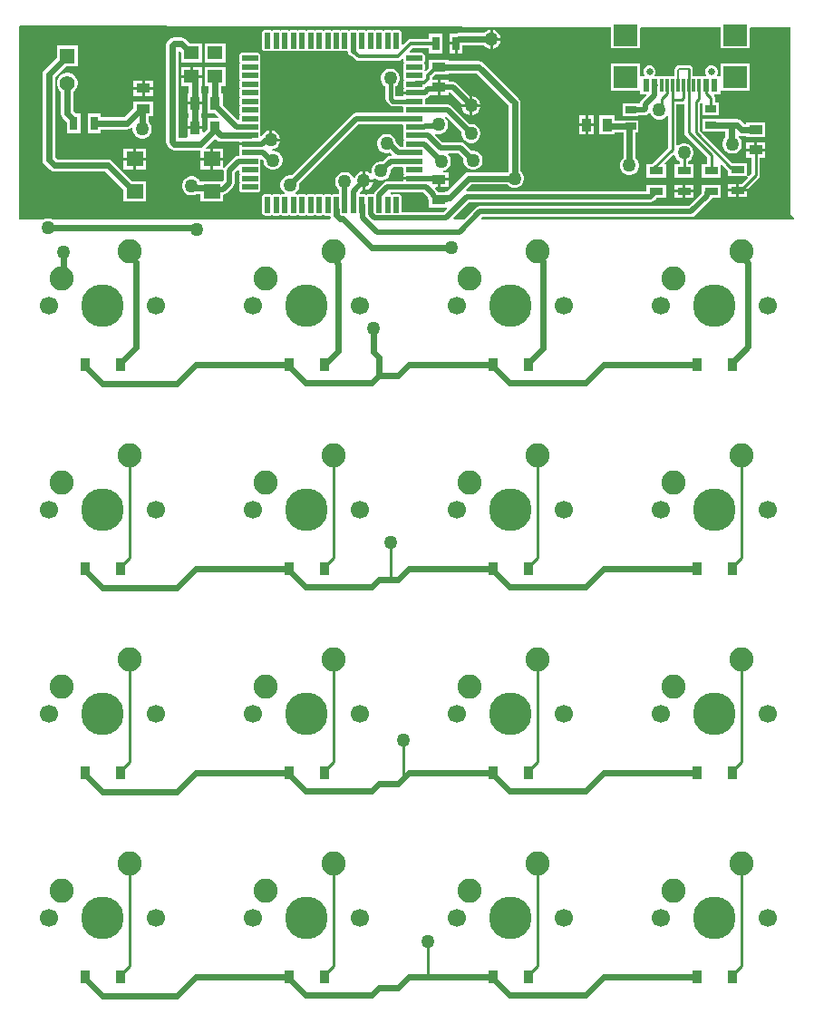
<source format=gbr>
G04*
G04 #@! TF.GenerationSoftware,Altium Limited,Altium Designer,22.4.2 (48)*
G04*
G04 Layer_Physical_Order=2*
G04 Layer_Color=16711680*
%FSLAX43Y43*%
%MOMM*%
G71*
G04*
G04 #@! TF.SameCoordinates,7CDC7E1B-FB1A-4DC3-94F8-FCEB5F2CDCB9*
G04*
G04*
G04 #@! TF.FilePolarity,Positive*
G04*
G01*
G75*
%ADD10C,0.200*%
%ADD12C,0.254*%
%ADD13R,1.300X0.700*%
%ADD14R,1.300X0.900*%
%ADD15R,0.900X1.300*%
%ADD26C,0.500*%
%ADD27C,0.625*%
%ADD28C,0.650*%
%ADD29C,2.250*%
%ADD30C,3.988*%
%ADD31C,1.700*%
%ADD32C,1.416*%
%ADD33R,1.416X1.416*%
%ADD34C,1.270*%
%ADD35R,2.180X2.000*%
%ADD36R,0.300X1.150*%
%ADD37R,0.600X1.150*%
G04:AMPARAMS|DCode=38|XSize=1.47mm|YSize=0.55mm|CornerRadius=0.069mm|HoleSize=0mm|Usage=FLASHONLY|Rotation=0.000|XOffset=0mm|YOffset=0mm|HoleType=Round|Shape=RoundedRectangle|*
%AMROUNDEDRECTD38*
21,1,1.470,0.413,0,0,0.0*
21,1,1.333,0.550,0,0,0.0*
1,1,0.138,0.666,-0.206*
1,1,0.138,-0.666,-0.206*
1,1,0.138,-0.666,0.206*
1,1,0.138,0.666,0.206*
%
%ADD38ROUNDEDRECTD38*%
G04:AMPARAMS|DCode=39|XSize=1.47mm|YSize=0.55mm|CornerRadius=0.069mm|HoleSize=0mm|Usage=FLASHONLY|Rotation=90.000|XOffset=0mm|YOffset=0mm|HoleType=Round|Shape=RoundedRectangle|*
%AMROUNDEDRECTD39*
21,1,1.470,0.413,0,0,90.0*
21,1,1.333,0.550,0,0,90.0*
1,1,0.138,0.206,0.666*
1,1,0.138,0.206,-0.666*
1,1,0.138,-0.206,-0.666*
1,1,0.138,-0.206,0.666*
%
%ADD39ROUNDEDRECTD39*%
%ADD40R,0.700X1.300*%
%ADD41R,0.910X1.220*%
%ADD42R,1.600X1.400*%
%ADD43R,1.400X1.200*%
%ADD44R,1.000X0.650*%
%ADD45C,0.400*%
%ADD46C,0.313*%
%ADD47C,0.300*%
G36*
X113011Y101043D02*
Y99021D01*
X115699D01*
Y100945D01*
X115789Y101035D01*
X123231Y101013D01*
Y99021D01*
X125919D01*
Y100915D01*
X126009Y101005D01*
X129719Y100994D01*
Y83587D01*
X130119Y83187D01*
X130019Y83087D01*
X100894D01*
X100845Y83200D01*
X100916Y83286D01*
X120446D01*
X120642Y83325D01*
X120809Y83437D01*
X122309Y84937D01*
X122416Y85096D01*
X123250D01*
Y86304D01*
X121442D01*
Y85650D01*
X121432Y85600D01*
Y85513D01*
X120233Y84314D01*
X100700D01*
X100503Y84275D01*
X100337Y84163D01*
X99261Y83087D01*
X98323D01*
X98275Y83205D01*
X99756Y84686D01*
X116700D01*
X116897Y84725D01*
X117063Y84837D01*
X117175Y85003D01*
X117193Y85096D01*
X118104D01*
Y86304D01*
X116296D01*
Y85714D01*
X99543D01*
X99502Y85706D01*
X99440Y85823D01*
X99939Y86322D01*
X103281D01*
X103414Y86189D01*
X103617Y86072D01*
X103843Y86011D01*
X104077D01*
X104303Y86072D01*
X104506Y86189D01*
X104672Y86354D01*
X104789Y86557D01*
X104849Y86783D01*
Y87017D01*
X104789Y87243D01*
X104672Y87446D01*
X104538Y87580D01*
Y93940D01*
X104494Y94161D01*
X104369Y94348D01*
X101013Y97704D01*
X100825Y97829D01*
X100604Y97873D01*
X97804D01*
Y98000D01*
X95996D01*
Y97174D01*
X95741Y96919D01*
X95674Y96912D01*
X95587Y96941D01*
X95563Y97001D01*
X95581Y97094D01*
Y97506D01*
X95556Y97632D01*
X95511Y97700D01*
X95556Y97768D01*
X95581Y97894D01*
Y98306D01*
X95556Y98432D01*
X95485Y98539D01*
X95378Y98610D01*
X95252Y98635D01*
X94193D01*
X94144Y98753D01*
X94473Y99082D01*
X95996D01*
Y98596D01*
X97204D01*
Y100404D01*
X95996D01*
Y99918D01*
X94300D01*
X94140Y99886D01*
X94004Y99796D01*
X94004Y99796D01*
X93568Y99360D01*
X93451Y99409D01*
Y100436D01*
X93426Y100562D01*
X93355Y100669D01*
X93248Y100740D01*
X93122Y100765D01*
X92710D01*
X92584Y100740D01*
X92516Y100695D01*
X92448Y100740D01*
X92322Y100765D01*
X91910D01*
X91784Y100740D01*
X91716Y100695D01*
X91648Y100740D01*
X91522Y100765D01*
X91109D01*
X90984Y100740D01*
X90916Y100695D01*
X90848Y100740D01*
X90722Y100765D01*
X90310D01*
X90184Y100740D01*
X90116Y100695D01*
X90048Y100740D01*
X89922Y100765D01*
X89509D01*
X89384Y100740D01*
X89316Y100695D01*
X89248Y100740D01*
X89122Y100765D01*
X88710D01*
X88584Y100740D01*
X88516Y100695D01*
X88448Y100740D01*
X88322Y100765D01*
X87910D01*
X87784Y100740D01*
X87716Y100695D01*
X87648Y100740D01*
X87522Y100765D01*
X87109D01*
X86984Y100740D01*
X86916Y100695D01*
X86848Y100740D01*
X86722Y100765D01*
X86310D01*
X86184Y100740D01*
X86116Y100695D01*
X86048Y100740D01*
X85922Y100765D01*
X85509D01*
X85384Y100740D01*
X85316Y100695D01*
X85248Y100740D01*
X85122Y100765D01*
X84710D01*
X84584Y100740D01*
X84516Y100695D01*
X84448Y100740D01*
X84322Y100765D01*
X83910D01*
X83784Y100740D01*
X83716Y100695D01*
X83648Y100740D01*
X83522Y100765D01*
X83109D01*
X82984Y100740D01*
X82916Y100695D01*
X82848Y100740D01*
X82722Y100765D01*
X82310D01*
X82184Y100740D01*
X82116Y100695D01*
X82048Y100740D01*
X81922Y100765D01*
X81509D01*
X81384Y100740D01*
X81316Y100695D01*
X81248Y100740D01*
X81122Y100765D01*
X80710D01*
X80584Y100740D01*
X80477Y100669D01*
X80405Y100562D01*
X80380Y100436D01*
Y99104D01*
X80405Y98978D01*
X80477Y98871D01*
X80584Y98800D01*
X80710Y98775D01*
X81122D01*
X81248Y98800D01*
X81316Y98845D01*
X81384Y98800D01*
X81509Y98775D01*
X81922D01*
X82048Y98800D01*
X82116Y98845D01*
X82184Y98800D01*
X82310Y98775D01*
X82722D01*
X82848Y98800D01*
X82916Y98845D01*
X82984Y98800D01*
X83109Y98775D01*
X83522D01*
X83648Y98800D01*
X83716Y98845D01*
X83784Y98800D01*
X83910Y98775D01*
X84322D01*
X84448Y98800D01*
X84516Y98845D01*
X84584Y98800D01*
X84710Y98775D01*
X85122D01*
X85248Y98800D01*
X85316Y98845D01*
X85384Y98800D01*
X85509Y98775D01*
X85922D01*
X86048Y98800D01*
X86116Y98845D01*
X86184Y98800D01*
X86310Y98775D01*
X86722D01*
X86848Y98800D01*
X86916Y98845D01*
X86984Y98800D01*
X87109Y98775D01*
X87522D01*
X87648Y98800D01*
X87716Y98845D01*
X87784Y98800D01*
X87910Y98775D01*
X88322D01*
X88442Y98669D01*
X88462Y98567D01*
X88573Y98400D01*
X88740Y98288D01*
X88840Y98269D01*
X89104Y98004D01*
X89240Y97914D01*
X89400Y97882D01*
X93100D01*
X93100Y97882D01*
X93260Y97914D01*
X93396Y98004D01*
X93473Y98082D01*
X93590Y98033D01*
Y97894D01*
X93615Y97768D01*
X93661Y97700D01*
X93615Y97632D01*
X93590Y97506D01*
Y97094D01*
X93615Y96968D01*
X93661Y96900D01*
X93615Y96832D01*
X93590Y96706D01*
Y96294D01*
X93615Y96168D01*
X93661Y96100D01*
X93615Y96032D01*
X93590Y95906D01*
Y95494D01*
X93615Y95368D01*
X93661Y95300D01*
X93615Y95232D01*
X93590Y95106D01*
Y95027D01*
X94586D01*
Y94773D01*
X93590D01*
Y94694D01*
X93591Y94690D01*
X93487Y94563D01*
X92838D01*
Y95491D01*
X92921Y95539D01*
X93086Y95704D01*
X93203Y95907D01*
X93264Y96133D01*
Y96367D01*
X93203Y96593D01*
X93086Y96796D01*
X92921Y96961D01*
X92718Y97078D01*
X92492Y97139D01*
X92258D01*
X92032Y97078D01*
X91829Y96961D01*
X91664Y96796D01*
X91547Y96593D01*
X91486Y96367D01*
Y96133D01*
X91547Y95907D01*
X91664Y95704D01*
X91829Y95539D01*
X91912Y95491D01*
Y94334D01*
X91912Y94334D01*
X91947Y94157D01*
X92048Y94007D01*
X92282Y93773D01*
X92282Y93773D01*
X92432Y93672D01*
X92609Y93637D01*
X93487D01*
X93591Y93510D01*
X93590Y93506D01*
Y93094D01*
X93525Y93014D01*
X89200D01*
X89003Y92975D01*
X88837Y92863D01*
X83153Y87179D01*
X83117Y87189D01*
X82883D01*
X82657Y87128D01*
X82454Y87011D01*
X82289Y86846D01*
X82172Y86643D01*
X82111Y86417D01*
Y86183D01*
X82172Y85957D01*
X82289Y85754D01*
X82454Y85589D01*
X82517Y85552D01*
X82483Y85425D01*
X82310D01*
X82184Y85400D01*
X82116Y85355D01*
X82048Y85400D01*
X81922Y85425D01*
X81509D01*
X81384Y85400D01*
X81316Y85355D01*
X81248Y85400D01*
X81122Y85425D01*
X80710D01*
X80584Y85400D01*
X80477Y85329D01*
X80405Y85222D01*
X80380Y85096D01*
Y83764D01*
X80405Y83638D01*
X80477Y83531D01*
X80584Y83460D01*
X80710Y83435D01*
X81122D01*
X81248Y83460D01*
X81316Y83505D01*
X81384Y83460D01*
X81509Y83435D01*
X81922D01*
X82048Y83460D01*
X82116Y83505D01*
X82184Y83460D01*
X82310Y83435D01*
X82722D01*
X82848Y83460D01*
X82916Y83505D01*
X82984Y83460D01*
X83109Y83435D01*
X83522D01*
X83648Y83460D01*
X83716Y83505D01*
X83784Y83460D01*
X83910Y83435D01*
X84322D01*
X84448Y83460D01*
X84516Y83505D01*
X84584Y83460D01*
X84710Y83435D01*
X85122D01*
X85248Y83460D01*
X85316Y83505D01*
X85384Y83460D01*
X85509Y83435D01*
X85922D01*
X86048Y83460D01*
X86116Y83505D01*
X86184Y83460D01*
X86310Y83435D01*
X86722D01*
X86742Y83439D01*
X86782Y83238D01*
X86808Y83199D01*
X86748Y83087D01*
X60746D01*
X60718Y83103D01*
X60492Y83164D01*
X60258D01*
X60032Y83103D01*
X60004Y83087D01*
X57719D01*
Y100587D01*
Y101116D01*
X57809Y101206D01*
X113011Y101043D01*
D02*
G37*
G36*
X103383Y93700D02*
Y87580D01*
X103281Y87478D01*
X99700D01*
X99479Y87434D01*
X99292Y87308D01*
X97643Y85660D01*
X97604D01*
X97383Y85616D01*
X97381Y85615D01*
X97082D01*
X97026Y85604D01*
X96855D01*
X96852Y85620D01*
X96740Y85786D01*
X96548Y85979D01*
X96597Y86096D01*
X96773D01*
Y86800D01*
X96900D01*
Y86927D01*
X97804D01*
Y87504D01*
X97333D01*
X97317Y87631D01*
X97468Y87672D01*
X97671Y87789D01*
X97836Y87954D01*
X97953Y88157D01*
X98014Y88383D01*
Y88617D01*
X97953Y88843D01*
X97836Y89046D01*
X97773Y89109D01*
X97826Y89236D01*
X98737D01*
X99221Y88753D01*
X99211Y88717D01*
Y88483D01*
X99272Y88257D01*
X99389Y88054D01*
X99554Y87889D01*
X99757Y87772D01*
X99983Y87711D01*
X100217D01*
X100443Y87772D01*
X100646Y87889D01*
X100811Y88054D01*
X100928Y88257D01*
X100989Y88483D01*
Y88717D01*
X100928Y88943D01*
X100811Y89146D01*
X100646Y89311D01*
X100443Y89428D01*
X100217Y89489D01*
X99983D01*
X99947Y89479D01*
X99313Y90113D01*
X99147Y90225D01*
X98950Y90264D01*
X97252D01*
X96558Y90958D01*
X96624Y91072D01*
X96758Y91036D01*
X96992D01*
X97218Y91097D01*
X97421Y91214D01*
X97586Y91379D01*
X97703Y91582D01*
X97764Y91808D01*
Y92042D01*
X97703Y92268D01*
X97586Y92471D01*
X97501Y92556D01*
X97539Y92698D01*
X97567Y92706D01*
X99021Y91253D01*
X99011Y91217D01*
Y90983D01*
X99072Y90757D01*
X99189Y90554D01*
X99354Y90389D01*
X99557Y90272D01*
X99783Y90211D01*
X100017D01*
X100243Y90272D01*
X100446Y90389D01*
X100611Y90554D01*
X100728Y90757D01*
X100789Y90983D01*
Y91217D01*
X100728Y91443D01*
X100611Y91646D01*
X100446Y91811D01*
X100243Y91928D01*
X100017Y91989D01*
X99783D01*
X99747Y91979D01*
X98084Y93642D01*
X97918Y93754D01*
X97721Y93793D01*
X95661D01*
X95581Y93891D01*
X95581Y93894D01*
Y94306D01*
X95688Y94417D01*
X95799Y94439D01*
X95966Y94551D01*
X96107Y94692D01*
X96773D01*
Y95396D01*
Y96100D01*
X96398D01*
X96318Y96198D01*
X96320Y96208D01*
Y96333D01*
X96579Y96592D01*
X97804D01*
Y96718D01*
X100365D01*
X103383Y93700D01*
D02*
G37*
G36*
X93590Y91906D02*
Y91494D01*
X93615Y91368D01*
X93661Y91300D01*
X93615Y91232D01*
X93590Y91106D01*
Y90694D01*
X93615Y90568D01*
X93661Y90500D01*
X93615Y90432D01*
X93590Y90306D01*
Y89894D01*
X93525Y89814D01*
X93296D01*
X92914Y90196D01*
Y90267D01*
X92853Y90493D01*
X92736Y90696D01*
X92571Y90861D01*
X92368Y90978D01*
X92142Y91039D01*
X91908D01*
X91682Y90978D01*
X91479Y90861D01*
X91314Y90696D01*
X91197Y90493D01*
X91136Y90267D01*
Y90033D01*
X91197Y89807D01*
X91314Y89604D01*
X91479Y89439D01*
X91682Y89322D01*
X91908Y89261D01*
X92142D01*
X92342Y89315D01*
X92525Y89131D01*
X92477Y89014D01*
X92400D01*
X92203Y88975D01*
X92037Y88863D01*
X91653Y88479D01*
X91617Y88489D01*
X91383D01*
X91157Y88428D01*
X90954Y88311D01*
X90789Y88146D01*
X90672Y87943D01*
X90611Y87717D01*
Y87483D01*
X90632Y87405D01*
X90518Y87339D01*
X90446Y87411D01*
X90243Y87528D01*
X90027Y87586D01*
Y86827D01*
X90786D01*
X90768Y86895D01*
X90882Y86961D01*
X90954Y86889D01*
X91157Y86772D01*
X91383Y86711D01*
X91617D01*
X91843Y86772D01*
X92046Y86889D01*
X92211Y87054D01*
X92328Y87257D01*
X92389Y87483D01*
Y87717D01*
X92379Y87753D01*
X92613Y87986D01*
X93525D01*
X93590Y87906D01*
Y87494D01*
X93615Y87368D01*
X93661Y87300D01*
X93615Y87232D01*
X93590Y87106D01*
Y87027D01*
X94586D01*
Y86773D01*
X93590D01*
Y86694D01*
X93525Y86614D01*
X92103D01*
X91907Y86575D01*
X91740Y86463D01*
X90973Y85697D01*
X90862Y85530D01*
X90837Y85403D01*
X90722Y85425D01*
X90310D01*
X90184Y85400D01*
X90116Y85355D01*
X90048Y85400D01*
X89922Y85425D01*
X89532D01*
X89494Y85478D01*
X89475Y85548D01*
X89747Y85821D01*
X89773Y85814D01*
Y86700D01*
Y87586D01*
X89557Y87528D01*
X89354Y87411D01*
X89189Y87246D01*
X89072Y87043D01*
X89052Y86971D01*
X88980Y86955D01*
X88918Y86961D01*
X88811Y87146D01*
X88646Y87311D01*
X88443Y87428D01*
X88217Y87489D01*
X87983D01*
X87757Y87428D01*
X87554Y87311D01*
X87389Y87146D01*
X87272Y86943D01*
X87211Y86717D01*
Y86483D01*
X87272Y86257D01*
X87389Y86054D01*
X87554Y85889D01*
X87602Y85861D01*
Y85491D01*
X87522Y85425D01*
X87109D01*
X86984Y85400D01*
X86916Y85355D01*
X86848Y85400D01*
X86722Y85425D01*
X86310D01*
X86184Y85400D01*
X86116Y85355D01*
X86048Y85400D01*
X85922Y85425D01*
X85509D01*
X85384Y85400D01*
X85316Y85355D01*
X85248Y85400D01*
X85122Y85425D01*
X84710D01*
X84584Y85400D01*
X84516Y85355D01*
X84448Y85400D01*
X84322Y85425D01*
X83910D01*
X83784Y85400D01*
X83716Y85355D01*
X83648Y85400D01*
X83522Y85425D01*
X83517D01*
X83483Y85552D01*
X83546Y85589D01*
X83711Y85754D01*
X83828Y85957D01*
X83889Y86183D01*
Y86417D01*
X83879Y86453D01*
X89413Y91986D01*
X93525D01*
X93590Y91906D01*
D02*
G37*
G36*
X95866Y85207D02*
X95902Y85026D01*
X95996Y84886D01*
Y84196D01*
X97633D01*
X97685Y84069D01*
X97321Y83705D01*
X93499D01*
X93451Y83764D01*
Y85096D01*
X93426Y85222D01*
X93355Y85329D01*
X93248Y85400D01*
X93122Y85425D01*
X92710D01*
X92584Y85400D01*
X92516Y85355D01*
X92448Y85400D01*
X92414Y85407D01*
X92408Y85412D01*
X92361Y85547D01*
X92392Y85586D01*
X93812D01*
X93920Y85565D01*
X95252D01*
X95360Y85586D01*
X95487D01*
X95866Y85207D01*
D02*
G37*
%LPC*%
G36*
X101927Y100786D02*
Y100027D01*
X102686D01*
X102628Y100243D01*
X102511Y100446D01*
X102346Y100611D01*
X102143Y100728D01*
X101927Y100786D01*
D02*
G37*
G36*
X102686Y99773D02*
X101927D01*
Y99014D01*
X102143Y99072D01*
X102346Y99189D01*
X102511Y99354D01*
X102628Y99557D01*
X102686Y99773D01*
D02*
G37*
G36*
X101673Y100786D02*
X101457Y100728D01*
X101254Y100611D01*
X101120Y100478D01*
X98723D01*
X98502Y100434D01*
X98458Y100404D01*
X97896D01*
Y99627D01*
X98500D01*
Y99500D01*
X98627D01*
Y98596D01*
X99104D01*
Y99322D01*
X101120D01*
X101254Y99189D01*
X101457Y99072D01*
X101673Y99014D01*
Y99900D01*
Y100786D01*
D02*
G37*
G36*
X98373Y99373D02*
X97896D01*
Y98596D01*
X98373D01*
Y99373D01*
D02*
G37*
G36*
X76954Y99454D02*
X75046D01*
Y97746D01*
X76954D01*
Y99454D01*
D02*
G37*
G36*
X72800Y100078D02*
X72149D01*
X71928Y100034D01*
X71740Y99908D01*
X71592Y99760D01*
X71466Y99572D01*
X71422Y99351D01*
Y90300D01*
X71466Y90079D01*
X71592Y89892D01*
X71792Y89692D01*
X71979Y89566D01*
X72200Y89522D01*
X74646D01*
Y88827D01*
X75573D01*
Y89654D01*
X75205D01*
X75152Y89781D01*
X76000Y90629D01*
X76137Y90492D01*
X76325Y90366D01*
X76546Y90322D01*
X78237D01*
X78250Y90306D01*
Y90227D01*
X79246D01*
Y89973D01*
X78250D01*
Y89894D01*
X78275Y89768D01*
X78321Y89700D01*
X78275Y89632D01*
X78250Y89506D01*
Y89094D01*
X78139Y89002D01*
X78003Y88975D01*
X77837Y88863D01*
X76937Y87963D01*
X76881Y87880D01*
X76754Y87919D01*
Y88573D01*
X75827D01*
Y87746D01*
X76686D01*
X76793Y87635D01*
X76786Y87600D01*
Y86768D01*
X76754Y86654D01*
X74646D01*
X74646Y86654D01*
Y86654D01*
X74537Y86701D01*
X74511Y86746D01*
X74346Y86911D01*
X74143Y87028D01*
X73917Y87089D01*
X73683D01*
X73457Y87028D01*
X73254Y86911D01*
X73089Y86746D01*
X72972Y86543D01*
X72911Y86317D01*
Y86083D01*
X72972Y85857D01*
X73089Y85654D01*
X73254Y85489D01*
X73457Y85372D01*
X73683Y85311D01*
X73917D01*
X74143Y85372D01*
X74259Y85438D01*
X74646D01*
Y84746D01*
X76754D01*
Y85378D01*
X76929Y85412D01*
X77096Y85524D01*
X77663Y86092D01*
X77775Y86258D01*
X77814Y86455D01*
Y87387D01*
X78133Y87706D01*
X78250Y87658D01*
Y87494D01*
X78275Y87368D01*
X78321Y87300D01*
X78275Y87232D01*
X78250Y87106D01*
Y86694D01*
X78275Y86568D01*
X78321Y86500D01*
X78275Y86432D01*
X78250Y86306D01*
Y85894D01*
X78275Y85768D01*
X78347Y85661D01*
X78454Y85590D01*
X78579Y85565D01*
X79912D01*
X80038Y85590D01*
X80145Y85661D01*
X80216Y85768D01*
X80241Y85894D01*
Y86306D01*
X80216Y86432D01*
X80171Y86500D01*
X80216Y86568D01*
X80241Y86694D01*
Y87106D01*
X80216Y87232D01*
X80171Y87300D01*
X80216Y87368D01*
X80241Y87494D01*
Y87906D01*
X80216Y88032D01*
X80171Y88100D01*
X80216Y88168D01*
X80241Y88294D01*
Y88636D01*
X80368Y88689D01*
X80511Y88546D01*
Y88483D01*
X80572Y88257D01*
X80689Y88054D01*
X80854Y87889D01*
X81057Y87772D01*
X81283Y87711D01*
X81517D01*
X81743Y87772D01*
X81946Y87889D01*
X82111Y88054D01*
X82228Y88257D01*
X82289Y88483D01*
Y88717D01*
X82228Y88943D01*
X82111Y89146D01*
X81946Y89311D01*
X81743Y89428D01*
X81517Y89489D01*
X81387D01*
X81352Y89489D01*
X81336Y89616D01*
X81374Y89626D01*
X81543Y89672D01*
X81746Y89789D01*
X81911Y89954D01*
X82028Y90157D01*
X82086Y90373D01*
X81200D01*
Y90500D01*
X81073D01*
Y91386D01*
X80857Y91328D01*
X80654Y91211D01*
X80489Y91046D01*
X80372Y90843D01*
X80368Y90830D01*
X80243Y90847D01*
X80241Y90847D01*
Y91106D01*
X80216Y91232D01*
X80171Y91300D01*
X80216Y91368D01*
X80241Y91494D01*
Y91906D01*
X80216Y92032D01*
X80171Y92100D01*
X80216Y92168D01*
X80241Y92294D01*
Y92706D01*
X80216Y92832D01*
X80171Y92900D01*
X80216Y92968D01*
X80241Y93094D01*
Y93506D01*
X80216Y93632D01*
X80171Y93700D01*
X80216Y93768D01*
X80241Y93894D01*
Y94306D01*
X80216Y94432D01*
X80171Y94500D01*
X80216Y94568D01*
X80241Y94694D01*
Y95106D01*
X80216Y95232D01*
X80171Y95300D01*
X80216Y95368D01*
X80241Y95494D01*
Y95906D01*
X80216Y96032D01*
X80171Y96100D01*
X80216Y96168D01*
X80241Y96294D01*
Y96706D01*
X80216Y96832D01*
X80171Y96900D01*
X80216Y96968D01*
X80241Y97094D01*
Y97506D01*
X80216Y97632D01*
X80171Y97700D01*
X80216Y97768D01*
X80241Y97894D01*
Y98306D01*
X80216Y98432D01*
X80145Y98539D01*
X80038Y98610D01*
X79912Y98635D01*
X78579D01*
X78454Y98610D01*
X78347Y98539D01*
X78275Y98432D01*
X78250Y98306D01*
Y97894D01*
X78275Y97768D01*
X78321Y97700D01*
X78275Y97632D01*
X78250Y97506D01*
Y97094D01*
X78275Y96968D01*
X78321Y96900D01*
X78275Y96832D01*
X78250Y96706D01*
Y96294D01*
X78275Y96168D01*
X78321Y96100D01*
X78275Y96032D01*
X78250Y95906D01*
Y95494D01*
X78275Y95368D01*
X78321Y95300D01*
X78275Y95232D01*
X78250Y95106D01*
Y94694D01*
X78275Y94568D01*
X78321Y94500D01*
X78275Y94432D01*
X78250Y94306D01*
Y93894D01*
X78275Y93768D01*
X78321Y93700D01*
X78275Y93632D01*
X78250Y93506D01*
Y93094D01*
X78275Y92968D01*
X78321Y92900D01*
X78275Y92832D01*
X78250Y92706D01*
Y92356D01*
X78123Y92303D01*
X76704Y93723D01*
Y94804D01*
X76578D01*
Y95546D01*
X76954D01*
Y97254D01*
X75046D01*
Y95546D01*
X75422D01*
Y94804D01*
X75296D01*
Y92996D01*
X75977D01*
X76306Y92667D01*
X76258Y92550D01*
X75296D01*
Y91559D01*
X74921Y91184D01*
X74804Y91233D01*
Y91519D01*
X74100D01*
X73396D01*
Y90742D01*
X73296Y90678D01*
X72578D01*
Y98740D01*
X72695Y98788D01*
X72846Y98637D01*
Y97746D01*
X74754D01*
Y99454D01*
X73663D01*
X73208Y99908D01*
X73021Y100034D01*
X72800Y100078D01*
D02*
G37*
G36*
X74754Y97254D02*
X73927D01*
Y96527D01*
X74754D01*
Y97254D01*
D02*
G37*
G36*
X73673D02*
X72846D01*
Y96527D01*
X73673D01*
Y97254D01*
D02*
G37*
G36*
X125919Y97599D02*
X123231D01*
Y96546D01*
X123219Y96424D01*
X122919Y96424D01*
X122860Y96551D01*
X122934Y96730D01*
Y96960D01*
X122846Y97173D01*
X122683Y97336D01*
X122470Y97424D01*
X122240D01*
X122027Y97336D01*
X121864Y97173D01*
X121776Y96960D01*
Y96730D01*
X121850Y96551D01*
X121791Y96424D01*
X120603D01*
Y97100D01*
X120574Y97249D01*
X120490Y97375D01*
X120364Y97459D01*
X120215Y97488D01*
X120077Y97461D01*
X119361D01*
X119223Y97433D01*
X119106Y97355D01*
X118988Y97237D01*
X118910Y97120D01*
X118882Y96982D01*
Y96424D01*
X117139D01*
X117080Y96551D01*
X117154Y96730D01*
Y96960D01*
X117066Y97173D01*
X116903Y97336D01*
X116690Y97424D01*
X116460D01*
X116247Y97336D01*
X116084Y97173D01*
X115996Y96960D01*
Y96730D01*
X116070Y96551D01*
X116011Y96424D01*
X115711Y96424D01*
X115699Y96546D01*
Y97599D01*
X113011D01*
Y95091D01*
X115584D01*
X115699Y95091D01*
X115711Y94969D01*
Y94766D01*
X116273D01*
X116322Y94649D01*
X115810Y94136D01*
X115698Y93970D01*
X115680Y93880D01*
X115554Y93879D01*
Y93879D01*
X114046D01*
Y92721D01*
X115554D01*
Y92786D01*
X116075D01*
X116272Y92825D01*
X116438Y92937D01*
X116523Y93021D01*
X116646Y93016D01*
X116656Y93015D01*
X116672Y92957D01*
X116789Y92754D01*
X116954Y92589D01*
X117157Y92472D01*
X117383Y92411D01*
X117617D01*
X117843Y92472D01*
X118046Y92589D01*
X118200Y92742D01*
X118310Y92728D01*
X118327Y92723D01*
Y89776D01*
X116755Y88204D01*
X116296D01*
Y86996D01*
X118104D01*
Y88204D01*
X118019D01*
X117971Y88321D01*
X118791Y89141D01*
X118932Y89103D01*
X118972Y88957D01*
X119089Y88754D01*
X119254Y88589D01*
X119412Y88498D01*
Y88204D01*
X118896D01*
Y86996D01*
X120704D01*
Y88204D01*
X120188D01*
Y88498D01*
X120346Y88589D01*
X120511Y88754D01*
X120628Y88957D01*
X120689Y89183D01*
Y89417D01*
X120628Y89643D01*
X120511Y89846D01*
X120346Y90011D01*
X120143Y90128D01*
X119917Y90189D01*
X119683D01*
X119457Y90128D01*
X119254Y90011D01*
X119221Y89978D01*
X119103Y90027D01*
Y93837D01*
X119589D01*
X119700Y93858D01*
X119827Y93784D01*
Y91167D01*
X119856Y91018D01*
X119940Y90892D01*
X121957Y88875D01*
Y88204D01*
X121442D01*
Y86996D01*
X123250D01*
X123250Y88111D01*
Y88121D01*
D01*
X123250Y88121D01*
X123262Y88126D01*
X123377Y88174D01*
X123896Y87655D01*
Y87096D01*
X125583D01*
X125667Y87096D01*
X125731Y86980D01*
X125155Y86404D01*
X124927D01*
Y85927D01*
X125776D01*
X126775Y86925D01*
X126859Y87051D01*
X126888Y87200D01*
Y88850D01*
X127404D01*
Y89427D01*
X126500D01*
X125596D01*
Y88850D01*
X126112D01*
Y87361D01*
X125820Y87069D01*
X125704Y87133D01*
X125704Y87208D01*
Y88304D01*
X124615D01*
X124577Y88311D01*
X124338D01*
X121477Y91173D01*
X121558Y91271D01*
X121668Y91271D01*
X123054D01*
Y91272D01*
X123622D01*
Y90680D01*
X123589Y90646D01*
X123472Y90443D01*
X123411Y90217D01*
Y89983D01*
X123472Y89757D01*
X123589Y89554D01*
X123754Y89389D01*
X123957Y89272D01*
X124183Y89211D01*
X124417D01*
X124643Y89272D01*
X124846Y89389D01*
X125011Y89554D01*
X125128Y89757D01*
X125189Y89983D01*
Y90217D01*
X125128Y90443D01*
X125011Y90646D01*
X124872Y90785D01*
X124953Y90883D01*
X124979Y90866D01*
X125200Y90822D01*
X125596D01*
Y90750D01*
X127404D01*
Y92158D01*
X125596D01*
Y91978D01*
X125439D01*
X125158Y92258D01*
X124971Y92384D01*
X124750Y92428D01*
X123054D01*
Y92429D01*
X121546D01*
Y91397D01*
X121546Y91283D01*
X121448Y91202D01*
X121288Y91361D01*
Y93878D01*
X121401Y93991D01*
X121405Y93993D01*
X121407Y93994D01*
X121442Y93995D01*
X121546Y93894D01*
X121546Y93862D01*
Y92821D01*
X123054D01*
Y93979D01*
X122688D01*
Y94398D01*
X122659Y94547D01*
X122597Y94639D01*
X122646Y94766D01*
X123219D01*
Y94969D01*
X123231Y95091D01*
X123346Y95091D01*
X125919D01*
Y97599D01*
D02*
G37*
G36*
X70204Y96004D02*
X69427D01*
Y95427D01*
X70204D01*
Y96004D01*
D02*
G37*
G36*
X69173D02*
X68396D01*
Y95427D01*
X69173D01*
Y96004D01*
D02*
G37*
G36*
X70204Y95173D02*
X69427D01*
Y94596D01*
X70204D01*
Y95173D01*
D02*
G37*
G36*
X69173D02*
X68396D01*
Y94596D01*
X69173D01*
Y95173D01*
D02*
G37*
G36*
X74754Y96273D02*
X73800D01*
X72846D01*
Y95546D01*
X73522D01*
Y94804D01*
X73396D01*
Y94027D01*
X74100D01*
X74804D01*
Y94804D01*
X74678D01*
Y95546D01*
X74754D01*
Y96273D01*
D02*
G37*
G36*
X70204Y94104D02*
X68396D01*
Y93513D01*
X67495Y92612D01*
X65304D01*
Y92938D01*
X64096D01*
Y91130D01*
X65304D01*
Y91457D01*
X67734D01*
X67955Y91501D01*
X68143Y91626D01*
X68196Y91679D01*
X68305Y91620D01*
X68311Y91615D01*
Y91383D01*
X68372Y91157D01*
X68489Y90954D01*
X68654Y90789D01*
X68857Y90672D01*
X69083Y90611D01*
X69317D01*
X69543Y90672D01*
X69746Y90789D01*
X69911Y90954D01*
X70028Y91157D01*
X70089Y91383D01*
Y91617D01*
X70028Y91843D01*
X69911Y92046D01*
X69778Y92180D01*
Y92696D01*
X70204D01*
Y94104D01*
D02*
G37*
G36*
X111404Y92804D02*
X110827D01*
Y92027D01*
X111404D01*
Y92804D01*
D02*
G37*
G36*
X110573D02*
X109996D01*
Y92027D01*
X110573D01*
Y92804D01*
D02*
G37*
G36*
X74804Y93773D02*
X74100D01*
X73396D01*
Y92996D01*
X73522D01*
Y92550D01*
X73396D01*
Y91773D01*
X74100D01*
X74804D01*
Y92550D01*
X74678D01*
Y92996D01*
X74804D01*
Y93773D01*
D02*
G37*
G36*
X62327Y96762D02*
X62073D01*
X61829Y96696D01*
X61609Y96570D01*
X61430Y96391D01*
X61304Y96171D01*
X61238Y95927D01*
Y95673D01*
X61304Y95429D01*
X61430Y95209D01*
X61609Y95030D01*
X61622Y95023D01*
Y92934D01*
X61666Y92713D01*
X61792Y92526D01*
X62196Y92121D01*
Y91130D01*
X63404D01*
Y92938D01*
X63013D01*
X62778Y93174D01*
Y95023D01*
X62791Y95030D01*
X62970Y95209D01*
X63096Y95429D01*
X63162Y95673D01*
Y95927D01*
X63096Y96171D01*
X62970Y96391D01*
X62791Y96570D01*
X62571Y96696D01*
X62327Y96762D01*
D02*
G37*
G36*
X111404Y91773D02*
X110827D01*
Y90996D01*
X111404D01*
Y91773D01*
D02*
G37*
G36*
X110573D02*
X109996D01*
Y90996D01*
X110573D01*
Y91773D01*
D02*
G37*
G36*
X81327Y91386D02*
Y90627D01*
X82086D01*
X82028Y90843D01*
X81911Y91046D01*
X81746Y91211D01*
X81543Y91328D01*
X81327Y91386D01*
D02*
G37*
G36*
X127404Y90258D02*
X126627D01*
Y89681D01*
X127404D01*
Y90258D01*
D02*
G37*
G36*
X126373D02*
X125596D01*
Y89681D01*
X126373D01*
Y90258D01*
D02*
G37*
G36*
X69554Y89654D02*
X68627D01*
Y88827D01*
X69554D01*
Y89654D01*
D02*
G37*
G36*
X76754D02*
X75827D01*
Y88827D01*
X76754D01*
Y89654D01*
D02*
G37*
G36*
X68373D02*
X67446D01*
Y88827D01*
X68373D01*
Y89654D01*
D02*
G37*
G36*
X75573Y88573D02*
X74646D01*
Y87746D01*
X75573D01*
Y88573D01*
D02*
G37*
G36*
X69554D02*
X68627D01*
Y87746D01*
X69554D01*
Y88573D01*
D02*
G37*
G36*
X68373D02*
X67446D01*
Y87746D01*
X68373D01*
Y88573D01*
D02*
G37*
G36*
X113304Y92804D02*
X111896D01*
Y90996D01*
X113304D01*
Y91172D01*
X114046D01*
Y91171D01*
X114122D01*
Y88780D01*
X113989Y88646D01*
X113872Y88443D01*
X113811Y88217D01*
Y87983D01*
X113872Y87757D01*
X113989Y87554D01*
X114154Y87389D01*
X114357Y87272D01*
X114583Y87211D01*
X114817D01*
X115043Y87272D01*
X115246Y87389D01*
X115411Y87554D01*
X115528Y87757D01*
X115589Y87983D01*
Y88217D01*
X115528Y88443D01*
X115411Y88646D01*
X115278Y88780D01*
Y91171D01*
X115554D01*
Y92329D01*
X114046D01*
Y92328D01*
X113304D01*
Y92804D01*
D02*
G37*
G36*
X124673Y86404D02*
X123896D01*
Y85927D01*
X124673D01*
Y86404D01*
D02*
G37*
G36*
X120704Y86304D02*
X119927D01*
Y85827D01*
X120704D01*
Y86304D01*
D02*
G37*
G36*
X119673D02*
X118896D01*
Y85827D01*
X119673D01*
Y86304D01*
D02*
G37*
G36*
X124800Y85800D02*
D01*
D01*
D01*
D02*
G37*
G36*
X125704Y85673D02*
X124927D01*
Y85196D01*
X125704D01*
Y85673D01*
D02*
G37*
G36*
X124673D02*
X123896D01*
Y85196D01*
X124673D01*
Y85673D01*
D02*
G37*
G36*
X120704Y85573D02*
X119927D01*
Y85096D01*
X120704D01*
Y85573D01*
D02*
G37*
G36*
X119673D02*
X118896D01*
Y85096D01*
X119673D01*
Y85573D01*
D02*
G37*
G36*
X63162Y99302D02*
X61238D01*
Y98195D01*
X60055Y97012D01*
X59930Y96824D01*
X59886Y96603D01*
Y88637D01*
X59930Y88416D01*
X60055Y88228D01*
X60592Y87692D01*
X60779Y87566D01*
X61000Y87522D01*
X65761D01*
X67446Y85837D01*
Y84746D01*
X69554D01*
Y86654D01*
X68263D01*
X66408Y88508D01*
X66221Y88634D01*
X66000Y88678D01*
X61239D01*
X61041Y88876D01*
Y96364D01*
X62055Y97378D01*
X63162D01*
Y99302D01*
D02*
G37*
G36*
X100027Y94586D02*
Y93827D01*
X100786D01*
X100728Y94043D01*
X100611Y94246D01*
X100446Y94411D01*
X100243Y94528D01*
X100027Y94586D01*
D02*
G37*
G36*
X97804Y96100D02*
X97027D01*
Y95396D01*
Y94692D01*
X97804D01*
Y94882D01*
X97991D01*
X99021Y93853D01*
X99014Y93827D01*
X99773D01*
Y94586D01*
X99747Y94579D01*
X98568Y95759D01*
X98401Y95870D01*
X98204Y95910D01*
X97804D01*
Y96100D01*
D02*
G37*
G36*
X100786Y93573D02*
X100027D01*
Y92814D01*
X100243Y92872D01*
X100446Y92989D01*
X100611Y93154D01*
X100728Y93357D01*
X100786Y93573D01*
D02*
G37*
G36*
X99773D02*
X99014D01*
X99072Y93357D01*
X99189Y93154D01*
X99354Y92989D01*
X99557Y92872D01*
X99773Y92814D01*
Y93573D01*
D02*
G37*
G36*
X97804Y86673D02*
X97027D01*
Y86096D01*
X97804D01*
Y86673D01*
D02*
G37*
G36*
X90786Y86573D02*
X90027D01*
Y85814D01*
X90243Y85872D01*
X90446Y85989D01*
X90611Y86154D01*
X90728Y86357D01*
X90786Y86573D01*
D02*
G37*
%LPD*%
D10*
X119361Y97100D02*
X120215D01*
X119243Y95934D02*
Y96982D01*
X119361Y97100D01*
D12*
X120215Y91167D02*
X122346Y89036D01*
X120215Y91167D02*
Y97100D01*
X116950Y87850D02*
X118715Y89615D01*
Y95595D01*
X121215Y94354D02*
Y95595D01*
X120900Y94039D02*
X121215Y94354D01*
X119738Y94374D02*
Y95027D01*
X119738Y95027D02*
X119738Y95027D01*
X119738Y95027D02*
Y95572D01*
X119715Y95595D02*
X119738Y95572D01*
X118743Y94225D02*
X119589D01*
X119738Y94374D01*
X118235Y94828D02*
Y95595D01*
X98500Y99500D02*
Y99677D01*
X98723Y99900D01*
X75700Y85700D02*
X75887Y85887D01*
X75384Y86016D02*
X75700Y85700D01*
X75200Y86200D02*
X75384Y86016D01*
X121893Y94805D02*
X122300Y94398D01*
Y93400D02*
Y94398D01*
X121893Y94805D02*
Y95934D01*
X96900Y84900D02*
X97082Y85082D01*
X96700Y84900D02*
X96900D01*
X69200Y93300D02*
X69300Y93400D01*
X94586Y95700D02*
X94730Y95844D01*
X96700Y97296D02*
X96900D01*
X116700Y85200D02*
X117200Y85700D01*
X69100Y93400D02*
X69300D01*
X62800Y92034D02*
Y92334D01*
X68400Y85700D02*
X68500D01*
X95900Y12350D02*
Y15700D01*
X93600Y34500D02*
X93605Y34495D01*
Y30904D02*
Y34495D01*
X92400Y49459D02*
Y52900D01*
X125160Y13380D02*
Y22930D01*
X124285Y12350D02*
Y12505D01*
X125160Y13380D01*
X105235Y12505D02*
X106110Y13380D01*
X105235Y12350D02*
Y12505D01*
X106110Y13380D02*
Y22930D01*
X87060Y13380D02*
Y22930D01*
X86185Y12350D02*
Y12505D01*
X87060Y13380D01*
X67135Y12505D02*
X68010Y13380D01*
X67135Y12350D02*
Y12505D01*
X68010Y13380D02*
Y22930D01*
X125160Y32430D02*
Y41980D01*
X124285Y31400D02*
Y31555D01*
X125160Y32430D01*
X105235Y31400D02*
Y31555D01*
X106110Y32430D01*
Y41980D01*
X86185Y31555D02*
X87060Y32430D01*
Y41980D01*
X86185Y31400D02*
Y31555D01*
X67135Y31400D02*
Y31555D01*
X68010Y32430D01*
Y41980D01*
X124285Y50605D02*
X125160Y51480D01*
Y61030D01*
X124285Y50450D02*
Y50605D01*
X105235D02*
X106110Y51480D01*
Y61030D01*
X105235Y50450D02*
Y50605D01*
X87060Y51480D02*
Y61030D01*
X86185Y50450D02*
Y50605D01*
X87060Y51480D01*
X68010D02*
Y61030D01*
X67135Y50450D02*
Y50605D01*
X68010Y51480D01*
X61800Y80000D02*
X61871Y79929D01*
X114700Y91650D02*
X114800Y91750D01*
X124200Y90200D02*
X124300Y90100D01*
X126500Y87200D02*
Y89554D01*
X125100Y85800D02*
X126500Y87200D01*
X126446Y91400D02*
X126500Y91454D01*
X96834Y95329D02*
X96900Y95396D01*
X81184Y88600D02*
X81400D01*
X80800Y90500D02*
X81200D01*
X88100Y86600D02*
X88116Y86584D01*
X73700Y98600D02*
X73800D01*
Y96400D02*
X74100Y96100D01*
X76000Y93700D02*
Y93900D01*
X117694Y94287D02*
X118235Y94828D01*
X117694Y93494D02*
Y94287D01*
X117500Y93300D02*
X117694Y93494D01*
X119800Y87600D02*
Y89300D01*
X122346Y87600D02*
Y89036D01*
X120900Y91200D02*
X124177Y87923D01*
X120900Y91200D02*
Y94039D01*
X124177Y87923D02*
X124577D01*
X124800Y87700D01*
X96377Y85223D02*
X96700Y84900D01*
X96800Y86900D02*
X96900Y86800D01*
D13*
X119800Y85700D02*
D03*
Y87600D02*
D03*
X122346Y85700D02*
D03*
Y87600D02*
D03*
X117200Y85700D02*
D03*
Y87600D02*
D03*
X124800Y85800D02*
D03*
Y87700D02*
D03*
D14*
X126500Y89554D02*
D03*
Y91454D02*
D03*
X69300Y93400D02*
D03*
Y95300D02*
D03*
X96900Y97296D02*
D03*
Y95396D02*
D03*
Y84900D02*
D03*
Y86800D02*
D03*
D15*
X110700Y91900D02*
D03*
X112600D02*
D03*
X74100Y91646D02*
D03*
X76000D02*
D03*
X74100Y93900D02*
D03*
X76000D02*
D03*
D26*
X95545Y91725D02*
X95597Y91778D01*
X96728D01*
X96875Y91925D01*
X94611Y91725D02*
X95545D01*
X94586Y91700D02*
X94611Y91725D01*
X117062Y94662D02*
Y95564D01*
X116173Y93398D02*
Y93773D01*
X117062Y95564D02*
X117093Y95595D01*
X116173Y93773D02*
X117062Y94662D01*
X94586Y94900D02*
X94600Y94914D01*
X95912Y95223D02*
X96728D01*
X95602Y94914D02*
X95912Y95223D01*
X94600Y94914D02*
X95602D01*
X96728Y95223D02*
X96834Y95329D01*
X92375Y96042D02*
Y96250D01*
X94607Y93279D02*
X97721D01*
X94586Y93300D02*
X94607Y93279D01*
X97721D02*
X99900Y91100D01*
X97039Y89750D02*
X98950D01*
X95550Y90075D02*
X97125Y88500D01*
X94586Y90900D02*
X95889D01*
X94611Y90075D02*
X95550D01*
X95889Y90900D02*
X97039Y89750D01*
X94586Y90100D02*
X94611Y90075D01*
X98950Y89750D02*
X100100Y88600D01*
X93083Y89300D02*
X94586D01*
X92025Y90150D02*
X92233D01*
X93083Y89300D01*
X92400Y88500D02*
X94586D01*
X91500Y87600D02*
X92400Y88500D01*
X91097Y81900D02*
X98800D01*
X100700Y83800D01*
X89737Y83260D02*
X91097Y81900D01*
X94586Y86100D02*
X95700D01*
X92103D02*
X94586D01*
X98204Y95396D02*
X99900Y93700D01*
X96900Y95396D02*
X98204D01*
X77300Y87600D02*
X78200Y88500D01*
X77300Y86455D02*
Y87600D01*
X78200Y88500D02*
X79246D01*
X76732Y85887D02*
X77300Y86455D01*
X75887Y85887D02*
X76732D01*
X97534Y83191D02*
X99543Y85200D01*
X116700D01*
X90872Y83191D02*
X97534D01*
X88937Y98763D02*
Y99749D01*
X88916Y99770D02*
X88937Y99749D01*
X91337Y85333D02*
X92103Y86100D01*
X91337Y84451D02*
Y85333D01*
X95700Y86100D02*
X96377Y85423D01*
X121946Y85600D02*
X122046Y85700D01*
X120446Y83800D02*
X121946Y85300D01*
Y85600D01*
X122046Y85700D02*
X122346D01*
X100700Y83800D02*
X120446D01*
X90537Y83527D02*
X90872Y83191D01*
X90516Y84430D02*
X90537Y84409D01*
X89737Y83260D02*
Y84409D01*
X90537Y83527D02*
Y84409D01*
X89716Y84430D02*
X89737Y84409D01*
X83000Y86300D02*
X89200Y92500D01*
X94586D01*
X80484Y89300D02*
X81184Y88600D01*
X79246Y89300D02*
X80484D01*
X79246Y90100D02*
X80400D01*
X80800Y90500D01*
X88916Y85716D02*
X89900Y86700D01*
X88916Y84430D02*
Y85716D01*
X88116Y84430D02*
Y86584D01*
X76000Y93700D02*
X78000Y91700D01*
X79246D01*
X116075Y93300D02*
X116173Y93398D01*
X114800Y93300D02*
X116075D01*
X96377Y85223D02*
Y85423D01*
X94586Y86900D02*
X96800D01*
D27*
X73925Y82275D02*
X74100Y82100D01*
X74275D01*
X60375Y82275D02*
X73925D01*
X90612Y80425D02*
X98075D01*
X87909Y83129D02*
X90612Y80425D01*
X87316Y83459D02*
Y84007D01*
X87646Y83129D02*
X87909D01*
X87316Y83459D02*
X87646Y83129D01*
X112317Y12350D02*
X121015D01*
X74217D02*
X82915D01*
X93109Y11359D02*
X94100Y12350D01*
X91300Y11359D02*
X93109D01*
X94100Y12350D02*
X101965D01*
X90591Y10650D02*
X91300Y11359D01*
X82915Y12195D02*
X84460Y10650D01*
X90591D01*
X72417Y10550D02*
X74217Y12350D01*
X63865Y12195D02*
X65510Y10550D01*
X72417D01*
X103510Y10650D02*
X110617D01*
X101965Y12195D02*
X103510Y10650D01*
X110617D02*
X112317Y12350D01*
Y31400D02*
X121015D01*
X74217D02*
X82915D01*
X93109Y30409D02*
X94100Y31400D01*
X91300Y30409D02*
X93109D01*
X94100Y31400D02*
X101965D01*
X90591Y29700D02*
X91300Y30409D01*
X82915Y31245D02*
X84460Y29700D01*
X90591D01*
X72417Y29600D02*
X74217Y31400D01*
X63865Y31245D02*
X65510Y29600D01*
X72417D01*
X103510Y29700D02*
X110617D01*
X101965Y31245D02*
X103510Y29700D01*
X110617D02*
X112317Y31400D01*
Y50450D02*
X121015D01*
X74217D02*
X82915D01*
X93109Y49459D02*
X94100Y50450D01*
X91300Y49459D02*
X93109D01*
X94100Y50450D02*
X101965D01*
X90591Y48750D02*
X91300Y49459D01*
X82915Y50295D02*
X84460Y48750D01*
X90591D01*
X72417Y48650D02*
X74217Y50450D01*
X63865Y50295D02*
X65510Y48650D01*
X72417D01*
X103510Y48750D02*
X110617D01*
X101965Y50295D02*
X103510Y48750D01*
X110617D02*
X112317Y50450D01*
X98723Y99900D02*
X101800D01*
X103960Y86900D02*
Y93940D01*
X100604Y97296D02*
X103960Y93940D01*
X96900Y97296D02*
X100604D01*
X68010Y79640D02*
Y80080D01*
X67135Y69655D02*
X68600Y71120D01*
Y79050D01*
X68010Y79640D02*
X68600Y79050D01*
X87060Y80080D02*
X87371Y79769D01*
Y79030D02*
Y79769D01*
Y79030D02*
X87500Y78901D01*
X86185Y69500D02*
X87500Y70815D01*
Y78901D01*
X125800Y71170D02*
Y79000D01*
X124285Y69655D02*
X125800Y71170D01*
X125160Y79640D02*
Y80080D01*
Y79640D02*
X125800Y79000D01*
X105235Y69655D02*
X106600Y71020D01*
X106110Y79640D02*
Y80080D01*
Y79640D02*
X106600Y79150D01*
Y71020D02*
Y79150D01*
X110617Y67800D02*
X112317Y69500D01*
X101965Y69345D02*
X103510Y67800D01*
X110617D01*
X65510Y67700D02*
X72417D01*
X63865Y69345D02*
X65510Y67700D01*
X72417D02*
X74217Y69500D01*
X84460Y67800D02*
X90591D01*
X82915Y69345D02*
X84460Y67800D01*
X90591D02*
X91300Y68509D01*
X99700Y86900D02*
X103960D01*
X97082Y85037D02*
X97559D01*
X97882Y85082D02*
X99700Y86900D01*
X97604Y85082D02*
X97882D01*
X97559Y85037D02*
X97604Y85082D01*
X69200Y91500D02*
Y93300D01*
X74159Y86016D02*
X75384D01*
X73975Y86200D02*
X74159Y86016D01*
X73800Y86200D02*
X73975D01*
X67734Y92034D02*
X69100Y93400D01*
X64700Y92034D02*
X67734D01*
X62200Y92934D02*
X62800Y92334D01*
X62200Y92934D02*
Y95800D01*
X60463Y88637D02*
Y96603D01*
Y88637D02*
X61000Y88100D01*
X66000D01*
X60463Y96603D02*
X62200Y98340D01*
X66000Y88100D02*
X68400Y85700D01*
X90800Y70667D02*
Y72900D01*
Y70667D02*
X91300Y70167D01*
Y68509D02*
Y70167D01*
X94100Y69500D02*
X101965D01*
X91300Y68509D02*
X93109D01*
X94100Y69500D01*
X74217D02*
X82915D01*
X112317D02*
X121015D01*
X61871Y77538D02*
Y79929D01*
X114700Y88100D02*
Y91650D01*
X124200Y90200D02*
Y91850D01*
X124750D01*
X122300D02*
X124200D01*
X125200Y91400D02*
X126446D01*
X124750Y91850D02*
X125200Y91400D01*
X112750Y91750D02*
X114800D01*
X72000Y90300D02*
X72200Y90100D01*
X74654D01*
X76000Y91446D01*
X72000Y90300D02*
Y99351D01*
X72149Y99500D01*
X72800D01*
X73700Y98600D01*
X74100Y93900D02*
Y96100D01*
Y91646D02*
Y93900D01*
X76000D02*
Y96400D01*
Y91446D02*
X76546Y90900D01*
X79246D01*
D28*
X122355Y96845D02*
D03*
X116575D02*
D03*
D29*
X87060Y61030D02*
D03*
X80740Y58490D02*
D03*
X87060Y80080D02*
D03*
X80740Y77540D02*
D03*
X125160Y80080D02*
D03*
X118840Y77540D02*
D03*
X61690Y20390D02*
D03*
X68010Y22930D02*
D03*
X80740Y20390D02*
D03*
X87060Y22930D02*
D03*
X99790Y20390D02*
D03*
X106110Y22930D02*
D03*
X118840Y20390D02*
D03*
X125160Y22930D02*
D03*
X61690Y39440D02*
D03*
X68010Y41980D02*
D03*
X80740Y39440D02*
D03*
X87060Y41980D02*
D03*
X118840Y39440D02*
D03*
X125160Y41980D02*
D03*
X99790Y39440D02*
D03*
X106110Y41980D02*
D03*
X118840Y58490D02*
D03*
X125160Y61030D02*
D03*
X99790Y58490D02*
D03*
X106110Y61030D02*
D03*
X61690Y58490D02*
D03*
X68010Y61030D02*
D03*
X99790Y77540D02*
D03*
X106110Y80080D02*
D03*
X61690Y77540D02*
D03*
X68010Y80080D02*
D03*
D30*
X84550Y55950D02*
D03*
Y75000D02*
D03*
X122650D02*
D03*
X65500Y17850D02*
D03*
X84550D02*
D03*
X103600D02*
D03*
X122650D02*
D03*
X65500Y36900D02*
D03*
X84550D02*
D03*
X122650D02*
D03*
X103600D02*
D03*
X122650Y55950D02*
D03*
X103600D02*
D03*
X65500D02*
D03*
X103600Y75000D02*
D03*
X65500D02*
D03*
D31*
X89550Y55950D02*
D03*
X79550D02*
D03*
X89550Y75000D02*
D03*
X79550D02*
D03*
X127650D02*
D03*
X117650D02*
D03*
X60500Y17850D02*
D03*
X70500D02*
D03*
X79550D02*
D03*
X89550D02*
D03*
X98600D02*
D03*
X108600D02*
D03*
X117650D02*
D03*
X127650D02*
D03*
X60500Y36900D02*
D03*
X70500D02*
D03*
X79550D02*
D03*
X89550D02*
D03*
X117650D02*
D03*
X127650D02*
D03*
X98600D02*
D03*
X108600D02*
D03*
X117650Y55950D02*
D03*
X127650D02*
D03*
X98600D02*
D03*
X108600D02*
D03*
X60500D02*
D03*
X70500D02*
D03*
X98600Y75000D02*
D03*
X108600D02*
D03*
X60500D02*
D03*
X70500D02*
D03*
D32*
X62200Y95800D02*
D03*
D33*
Y98340D02*
D03*
D34*
X96875Y91925D02*
D03*
X92375Y96250D02*
D03*
X97125Y88500D02*
D03*
X92025Y90150D02*
D03*
X60375Y82275D02*
D03*
X74275Y82100D02*
D03*
X98075Y80425D02*
D03*
X101800Y99900D02*
D03*
X99900Y93700D02*
D03*
Y91100D02*
D03*
X103960Y86900D02*
D03*
X69200Y91500D02*
D03*
X95900Y15700D02*
D03*
X100100Y88600D02*
D03*
X93605Y34495D02*
D03*
X92400Y52900D02*
D03*
X90800Y72900D02*
D03*
X91500Y87600D02*
D03*
X83000Y86300D02*
D03*
X61800Y80000D02*
D03*
X114700Y88100D02*
D03*
X124300Y90100D02*
D03*
X73800Y86200D02*
D03*
X81400Y88600D02*
D03*
X81200Y90500D02*
D03*
X89900Y86700D02*
D03*
X88100Y86600D02*
D03*
X117500Y93300D02*
D03*
X119800Y89300D02*
D03*
D35*
X124575Y100275D02*
D03*
X114355D02*
D03*
X124575Y96345D02*
D03*
X114355D02*
D03*
D36*
X119715Y95595D02*
D03*
X119215D02*
D03*
X120215D02*
D03*
X118715D02*
D03*
X120715D02*
D03*
X118215D02*
D03*
X121215D02*
D03*
X117715D02*
D03*
D37*
X122665D02*
D03*
X121865D02*
D03*
X117065D02*
D03*
X116265D02*
D03*
D38*
X79246Y86100D02*
D03*
Y86900D02*
D03*
Y87700D02*
D03*
Y88500D02*
D03*
Y89300D02*
D03*
Y90100D02*
D03*
Y90900D02*
D03*
Y91700D02*
D03*
Y92500D02*
D03*
Y93300D02*
D03*
Y94100D02*
D03*
Y94900D02*
D03*
Y95700D02*
D03*
Y96500D02*
D03*
Y97300D02*
D03*
Y98100D02*
D03*
X94586D02*
D03*
Y97300D02*
D03*
Y96500D02*
D03*
Y95700D02*
D03*
Y94900D02*
D03*
Y94100D02*
D03*
Y93300D02*
D03*
Y92500D02*
D03*
Y91700D02*
D03*
Y90900D02*
D03*
Y90100D02*
D03*
Y89300D02*
D03*
Y88500D02*
D03*
Y87700D02*
D03*
Y86900D02*
D03*
Y86100D02*
D03*
D39*
X92916Y84430D02*
D03*
X92116D02*
D03*
X91316D02*
D03*
X90516D02*
D03*
X89716D02*
D03*
X88916D02*
D03*
X88116D02*
D03*
X87316D02*
D03*
X86516D02*
D03*
X85716D02*
D03*
X84916D02*
D03*
X84116D02*
D03*
X83316D02*
D03*
X82516D02*
D03*
X81716D02*
D03*
X80916D02*
D03*
Y99770D02*
D03*
X81716D02*
D03*
X82516D02*
D03*
X83316D02*
D03*
X84116D02*
D03*
X84916D02*
D03*
X85716D02*
D03*
X86516D02*
D03*
X87316D02*
D03*
X88116D02*
D03*
X88916D02*
D03*
X89716D02*
D03*
X90516D02*
D03*
X91316D02*
D03*
X92116D02*
D03*
X92916D02*
D03*
D40*
X64700Y92034D02*
D03*
X62800D02*
D03*
X96600Y99500D02*
D03*
X98500D02*
D03*
D41*
X82915Y69500D02*
D03*
X86185D02*
D03*
X124285Y12350D02*
D03*
X121015D02*
D03*
X105235D02*
D03*
X101965D02*
D03*
X86185D02*
D03*
X82915D02*
D03*
X67135D02*
D03*
X63865D02*
D03*
X124285Y31400D02*
D03*
X121015D02*
D03*
X105235D02*
D03*
X101965D02*
D03*
X86185D02*
D03*
X82915D02*
D03*
X67135D02*
D03*
X63865D02*
D03*
X124285Y50450D02*
D03*
X121015D02*
D03*
X105235D02*
D03*
X101965D02*
D03*
X86185D02*
D03*
X82915D02*
D03*
X67135D02*
D03*
X63865D02*
D03*
X67135Y69500D02*
D03*
X63865D02*
D03*
X124285D02*
D03*
X121015D02*
D03*
X105235D02*
D03*
X101965D02*
D03*
D42*
X75700Y85700D02*
D03*
X68500D02*
D03*
X75700Y88700D02*
D03*
X68500D02*
D03*
D43*
X73800Y96400D02*
D03*
X76000D02*
D03*
X73800Y98600D02*
D03*
X76000D02*
D03*
D44*
X122300Y93400D02*
D03*
Y91850D02*
D03*
X114800Y93300D02*
D03*
Y91750D02*
D03*
D45*
X92375Y94334D02*
X92609Y94100D01*
X94586D01*
X92375Y94334D02*
Y96042D01*
D46*
X89400Y98300D02*
X93100D01*
X94300Y99500D01*
X88937Y98763D02*
X89400Y98300D01*
X94300Y99500D02*
X96600D01*
D47*
X94730Y95844D02*
X95544D01*
X95908Y96208D01*
Y96503D01*
X96700Y97296D01*
M02*

</source>
